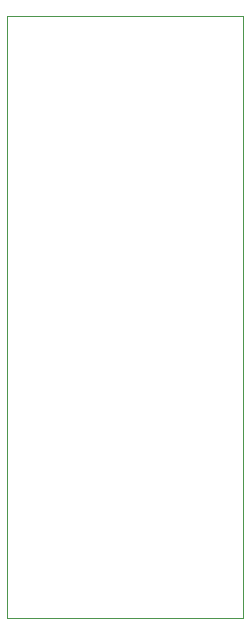
<source format=gbr>
%TF.GenerationSoftware,KiCad,Pcbnew,7.0.7*%
%TF.CreationDate,2023-09-13T09:18:24+07:00*%
%TF.ProjectId,Pico2040-Modular-Rev2-W,5069636f-3230-4343-902d-4d6f64756c61,rev?*%
%TF.SameCoordinates,Original*%
%TF.FileFunction,Profile,NP*%
%FSLAX46Y46*%
G04 Gerber Fmt 4.6, Leading zero omitted, Abs format (unit mm)*
G04 Created by KiCad (PCBNEW 7.0.7) date 2023-09-13 09:18:24*
%MOMM*%
%LPD*%
G01*
G04 APERTURE LIST*
%TA.AperFunction,Profile*%
%ADD10C,0.100000*%
%TD*%
G04 APERTURE END LIST*
D10*
X100000000Y-50000000D02*
X120000000Y-50000000D01*
X120000000Y-101000000D01*
X100000000Y-101000000D01*
X100000000Y-50000000D01*
M02*

</source>
